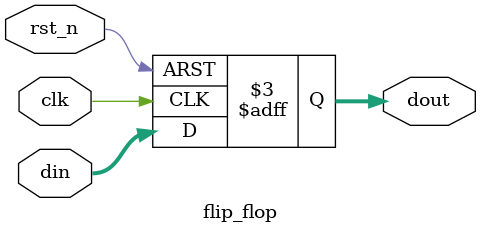
<source format=v>
module flip_flop #( parameter N= 4 )
	(
	input wire clk ,rst_n ,
	input wire [N-1:0] din ,
	output reg [N-1:0] dout 
	);

	always@(posedge clk or negedge rst_n) begin 
		if (!rst_n) begin 
			dout <= 'b0 ;
		end 
		else begin 
			dout <= din ;
		end 
	end

endmodule
</source>
